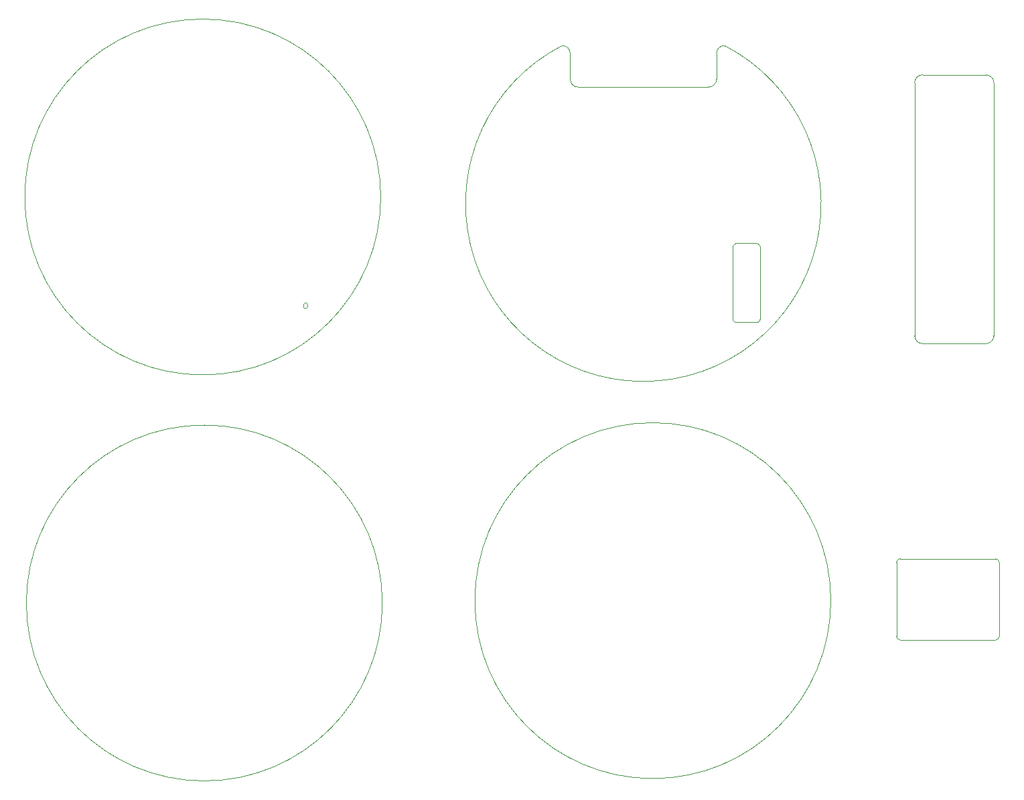
<source format=gm1>
%TF.GenerationSoftware,KiCad,Pcbnew,(6.0.9)*%
%TF.CreationDate,2023-02-03T11:31:16+01:00*%
%TF.ProjectId,Stencil,5374656e-6369-46c2-9e6b-696361645f70,rev?*%
%TF.SameCoordinates,Original*%
%TF.FileFunction,Profile,NP*%
%FSLAX46Y46*%
G04 Gerber Fmt 4.6, Leading zero omitted, Abs format (unit mm)*
G04 Created by KiCad (PCBNEW (6.0.9)) date 2023-02-03 11:31:16*
%MOMM*%
%LPD*%
G01*
G04 APERTURE LIST*
%TA.AperFunction,Profile*%
%ADD10C,0.100000*%
%TD*%
%TA.AperFunction,Profile*%
%ADD11C,0.010000*%
%TD*%
%TA.AperFunction,Profile*%
%ADD12C,0.050000*%
%TD*%
G04 APERTURE END LIST*
D10*
X170700000Y-100500000D02*
G75*
G03*
X170200000Y-101000000I1J-500001D01*
G01*
X183200000Y-101000000D02*
G75*
G03*
X182700000Y-100500000I-500001J-1D01*
G01*
X170200000Y-110300000D02*
X170200000Y-101000000D01*
X182700000Y-110800000D02*
G75*
G03*
X183200000Y-110300000I-1J500001D01*
G01*
X183200000Y-110300000D02*
X183200000Y-101000000D01*
X182700000Y-110800000D02*
X170700000Y-110800000D01*
X170200000Y-110300000D02*
G75*
G03*
X170700000Y-110800000I500001J1D01*
G01*
X182700000Y-100500000D02*
X170700000Y-100500000D01*
D11*
X105200000Y-106100000D02*
G75*
G03*
X105200000Y-106100000I-22500000J0D01*
G01*
D10*
X182500000Y-72300000D02*
X182500000Y-40300000D01*
X173500000Y-39300000D02*
G75*
G03*
X172500000Y-40300000I-1J-999999D01*
G01*
X181500000Y-73300000D02*
G75*
G03*
X182500000Y-72300000I1J999999D01*
G01*
X173500000Y-73300000D02*
X181500000Y-73300000D01*
X181500000Y-39300000D02*
X173500000Y-39300000D01*
X182500000Y-40300000D02*
G75*
G03*
X181500000Y-39300000I-999999J1D01*
G01*
X172500000Y-72300000D02*
G75*
G03*
X173500000Y-73300000I999999J-1D01*
G01*
X172500000Y-40300000D02*
X172500000Y-72300000D01*
D12*
X161900000Y-105800000D02*
G75*
G03*
X161900000Y-105800000I-22500000J0D01*
G01*
D10*
X128949999Y-36600000D02*
G75*
G03*
X127950000Y-35600001I-999999J0D01*
G01*
X129950000Y-40850000D02*
X146450000Y-40850000D01*
X146450000Y-40850000D02*
G75*
G03*
X147450000Y-39850000I1J999999D01*
G01*
X128950000Y-39850000D02*
G75*
G03*
X129950000Y-40850000I999999J-1D01*
G01*
X128949999Y-36600000D02*
X128950000Y-39850000D01*
X127950000Y-35600001D02*
G75*
G03*
X148450000Y-35600001I10250000J-19999999D01*
G01*
X147450000Y-39850000D02*
X147450000Y-36600000D01*
X148450000Y-35600000D02*
G75*
G03*
X147450000Y-36600000I-1J-999999D01*
G01*
X105000000Y-54750000D02*
G75*
G03*
X105000000Y-54750000I-22500000J0D01*
G01*
%TO.C,REF\u002A\u002A*%
D12*
X152515545Y-60602139D02*
X152642167Y-60636067D01*
X152755694Y-60701612D01*
X152848388Y-60794306D01*
X152913933Y-60907833D01*
X152947861Y-61034455D01*
X152950000Y-61100000D01*
X152950000Y-70100000D01*
X152947861Y-70165545D01*
X152913932Y-70292167D01*
X152848388Y-70405694D01*
X152755694Y-70498388D01*
X152642167Y-70563932D01*
X152515545Y-70597861D01*
X152450000Y-70600000D01*
X149950000Y-70600000D01*
X149884455Y-70597861D01*
X149757833Y-70563932D01*
X149644306Y-70498388D01*
X149551612Y-70405694D01*
X149486068Y-70292167D01*
X149452139Y-70165545D01*
X149450000Y-70100000D01*
X149450000Y-61100000D01*
X149452139Y-61034455D01*
X149486067Y-60907833D01*
X149551612Y-60794306D01*
X149644306Y-60701612D01*
X149757833Y-60636067D01*
X149884455Y-60602139D01*
X149950000Y-60600000D01*
X152450000Y-60600000D01*
X152515545Y-60602139D01*
D11*
%TO.C,J201*%
X95240000Y-68600000D02*
X95240000Y-68400000D01*
X95760000Y-68400000D02*
X95760000Y-68600000D01*
X95240000Y-68600000D02*
G75*
G03*
X95500000Y-68860000I260000J0D01*
G01*
X95500000Y-68140000D02*
G75*
G03*
X95240000Y-68400000I0J-260000D01*
G01*
X95500000Y-68860000D02*
G75*
G03*
X95760000Y-68600000I0J260000D01*
G01*
X95760000Y-68400000D02*
G75*
G03*
X95500000Y-68140000I-260000J0D01*
G01*
%TD*%
M02*

</source>
